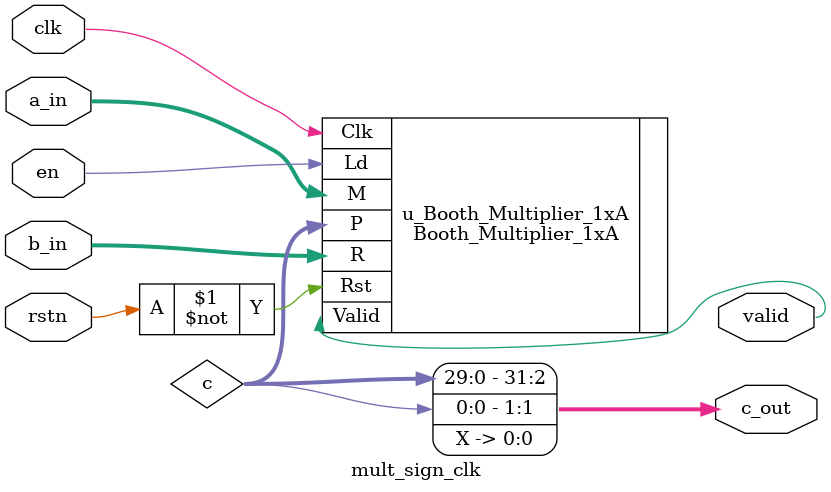
<source format=sv>
module mult_sign_clk #(
  parameter DW     = 32, // 
  parameter INT1_I = 32, // (32.0)
  parameter INT2_I = 32, // (32.0)
  parameter INT3_O = 32  // (32.0)
) (
  input                    rstn ,
  input                    clk  ,
  input                    en   ,
  input  signed [DW-1  :0] a_in , // (INT1_I.FRQ1_I)
  input  signed [DW-1  :0] b_in , // (INT2_I.FRQ2_I)
  output                   valid,
  output signed [DW-1  :0] c_out  // (INT3_O.FRQ3_O)
);

localparam FRQ1_I  = DW     - INT1_I; // 
localparam FRQ2_I  = DW     - INT2_I; // 
localparam FRQ3_O  = DW     - INT3_O; // 16
localparam INT3    = INT1_I + INT2_I; // 20
localparam FRQ3    = DW     - INT3_O; // 44

logic signed [DW*2-1:0] c; // (INT3.FRQ3)

assign c_out = {c[DW*2-1], c[DW*2-INT3+INT3_O-2:DW*2-INT3], c[DW*2-INT3-1:DW*2-INT3-FRQ3_O]};

Booth_Multiplier_1xA #(
  .N(DW)
) u_Booth_Multiplier_1xA (
  .Rst  (~rstn),
  .Clk  (clk  ),
  .Ld   (en   ),
  .M    (a_in ),
  .R    (b_in ),
  .Valid(valid),
  .P    (c    ) 
);

endmodule
</source>
